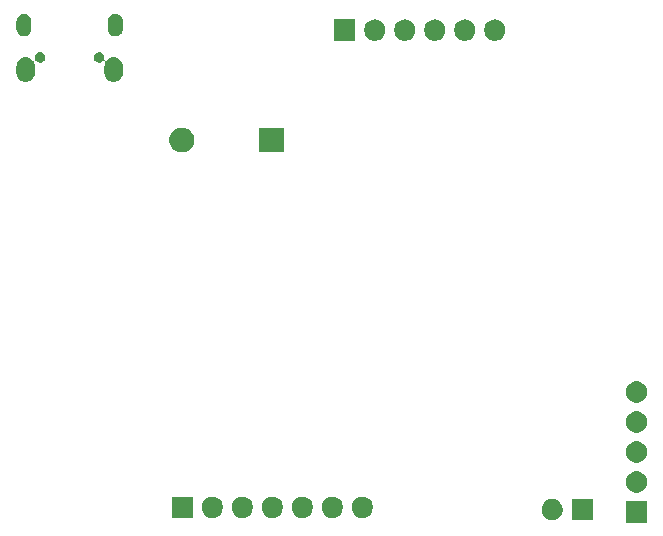
<source format=gbr>
G04 #@! TF.GenerationSoftware,KiCad,Pcbnew,5.1.5-52549c5~84~ubuntu18.04.1*
G04 #@! TF.CreationDate,2020-02-11T14:22:43+01:00*
G04 #@! TF.ProjectId,project,70726f6a-6563-4742-9e6b-696361645f70,rev?*
G04 #@! TF.SameCoordinates,Original*
G04 #@! TF.FileFunction,Soldermask,Bot*
G04 #@! TF.FilePolarity,Negative*
%FSLAX46Y46*%
G04 Gerber Fmt 4.6, Leading zero omitted, Abs format (unit mm)*
G04 Created by KiCad (PCBNEW 5.1.5-52549c5~84~ubuntu18.04.1) date 2020-02-11 14:22:43*
%MOMM*%
%LPD*%
G04 APERTURE LIST*
%ADD10C,0.100000*%
G04 APERTURE END LIST*
D10*
G36*
X99001000Y-79001000D02*
G01*
X97199000Y-79001000D01*
X97199000Y-77199000D01*
X99001000Y-77199000D01*
X99001000Y-79001000D01*
G37*
G36*
X94401000Y-78801000D02*
G01*
X92599000Y-78801000D01*
X92599000Y-76999000D01*
X94401000Y-76999000D01*
X94401000Y-78801000D01*
G37*
G36*
X91054508Y-77000147D02*
G01*
X91222812Y-77033624D01*
X91386784Y-77101544D01*
X91534354Y-77200147D01*
X91659853Y-77325646D01*
X91758456Y-77473216D01*
X91826376Y-77637188D01*
X91861000Y-77811259D01*
X91861000Y-77988741D01*
X91826376Y-78162812D01*
X91758456Y-78326784D01*
X91659853Y-78474354D01*
X91534354Y-78599853D01*
X91386784Y-78698456D01*
X91222812Y-78766376D01*
X91073512Y-78796073D01*
X91048742Y-78801000D01*
X90871258Y-78801000D01*
X90846488Y-78796073D01*
X90697188Y-78766376D01*
X90533216Y-78698456D01*
X90385646Y-78599853D01*
X90260147Y-78474354D01*
X90161544Y-78326784D01*
X90093624Y-78162812D01*
X90059000Y-77988741D01*
X90059000Y-77811259D01*
X90093624Y-77637188D01*
X90161544Y-77473216D01*
X90260147Y-77325646D01*
X90385646Y-77200147D01*
X90533216Y-77101544D01*
X90697188Y-77033624D01*
X90865492Y-77000147D01*
X90871258Y-76999000D01*
X91048742Y-76999000D01*
X91054508Y-77000147D01*
G37*
G36*
X69913512Y-76803927D02*
G01*
X70062812Y-76833624D01*
X70226784Y-76901544D01*
X70374354Y-77000147D01*
X70499853Y-77125646D01*
X70598456Y-77273216D01*
X70666376Y-77437188D01*
X70701000Y-77611259D01*
X70701000Y-77788741D01*
X70666376Y-77962812D01*
X70598456Y-78126784D01*
X70499853Y-78274354D01*
X70374354Y-78399853D01*
X70226784Y-78498456D01*
X70062812Y-78566376D01*
X69913512Y-78596073D01*
X69888742Y-78601000D01*
X69711258Y-78601000D01*
X69686488Y-78596073D01*
X69537188Y-78566376D01*
X69373216Y-78498456D01*
X69225646Y-78399853D01*
X69100147Y-78274354D01*
X69001544Y-78126784D01*
X68933624Y-77962812D01*
X68899000Y-77788741D01*
X68899000Y-77611259D01*
X68933624Y-77437188D01*
X69001544Y-77273216D01*
X69100147Y-77125646D01*
X69225646Y-77000147D01*
X69373216Y-76901544D01*
X69537188Y-76833624D01*
X69686488Y-76803927D01*
X69711258Y-76799000D01*
X69888742Y-76799000D01*
X69913512Y-76803927D01*
G37*
G36*
X60541000Y-78601000D02*
G01*
X58739000Y-78601000D01*
X58739000Y-76799000D01*
X60541000Y-76799000D01*
X60541000Y-78601000D01*
G37*
G36*
X62293512Y-76803927D02*
G01*
X62442812Y-76833624D01*
X62606784Y-76901544D01*
X62754354Y-77000147D01*
X62879853Y-77125646D01*
X62978456Y-77273216D01*
X63046376Y-77437188D01*
X63081000Y-77611259D01*
X63081000Y-77788741D01*
X63046376Y-77962812D01*
X62978456Y-78126784D01*
X62879853Y-78274354D01*
X62754354Y-78399853D01*
X62606784Y-78498456D01*
X62442812Y-78566376D01*
X62293512Y-78596073D01*
X62268742Y-78601000D01*
X62091258Y-78601000D01*
X62066488Y-78596073D01*
X61917188Y-78566376D01*
X61753216Y-78498456D01*
X61605646Y-78399853D01*
X61480147Y-78274354D01*
X61381544Y-78126784D01*
X61313624Y-77962812D01*
X61279000Y-77788741D01*
X61279000Y-77611259D01*
X61313624Y-77437188D01*
X61381544Y-77273216D01*
X61480147Y-77125646D01*
X61605646Y-77000147D01*
X61753216Y-76901544D01*
X61917188Y-76833624D01*
X62066488Y-76803927D01*
X62091258Y-76799000D01*
X62268742Y-76799000D01*
X62293512Y-76803927D01*
G37*
G36*
X64833512Y-76803927D02*
G01*
X64982812Y-76833624D01*
X65146784Y-76901544D01*
X65294354Y-77000147D01*
X65419853Y-77125646D01*
X65518456Y-77273216D01*
X65586376Y-77437188D01*
X65621000Y-77611259D01*
X65621000Y-77788741D01*
X65586376Y-77962812D01*
X65518456Y-78126784D01*
X65419853Y-78274354D01*
X65294354Y-78399853D01*
X65146784Y-78498456D01*
X64982812Y-78566376D01*
X64833512Y-78596073D01*
X64808742Y-78601000D01*
X64631258Y-78601000D01*
X64606488Y-78596073D01*
X64457188Y-78566376D01*
X64293216Y-78498456D01*
X64145646Y-78399853D01*
X64020147Y-78274354D01*
X63921544Y-78126784D01*
X63853624Y-77962812D01*
X63819000Y-77788741D01*
X63819000Y-77611259D01*
X63853624Y-77437188D01*
X63921544Y-77273216D01*
X64020147Y-77125646D01*
X64145646Y-77000147D01*
X64293216Y-76901544D01*
X64457188Y-76833624D01*
X64606488Y-76803927D01*
X64631258Y-76799000D01*
X64808742Y-76799000D01*
X64833512Y-76803927D01*
G37*
G36*
X67373512Y-76803927D02*
G01*
X67522812Y-76833624D01*
X67686784Y-76901544D01*
X67834354Y-77000147D01*
X67959853Y-77125646D01*
X68058456Y-77273216D01*
X68126376Y-77437188D01*
X68161000Y-77611259D01*
X68161000Y-77788741D01*
X68126376Y-77962812D01*
X68058456Y-78126784D01*
X67959853Y-78274354D01*
X67834354Y-78399853D01*
X67686784Y-78498456D01*
X67522812Y-78566376D01*
X67373512Y-78596073D01*
X67348742Y-78601000D01*
X67171258Y-78601000D01*
X67146488Y-78596073D01*
X66997188Y-78566376D01*
X66833216Y-78498456D01*
X66685646Y-78399853D01*
X66560147Y-78274354D01*
X66461544Y-78126784D01*
X66393624Y-77962812D01*
X66359000Y-77788741D01*
X66359000Y-77611259D01*
X66393624Y-77437188D01*
X66461544Y-77273216D01*
X66560147Y-77125646D01*
X66685646Y-77000147D01*
X66833216Y-76901544D01*
X66997188Y-76833624D01*
X67146488Y-76803927D01*
X67171258Y-76799000D01*
X67348742Y-76799000D01*
X67373512Y-76803927D01*
G37*
G36*
X72453512Y-76803927D02*
G01*
X72602812Y-76833624D01*
X72766784Y-76901544D01*
X72914354Y-77000147D01*
X73039853Y-77125646D01*
X73138456Y-77273216D01*
X73206376Y-77437188D01*
X73241000Y-77611259D01*
X73241000Y-77788741D01*
X73206376Y-77962812D01*
X73138456Y-78126784D01*
X73039853Y-78274354D01*
X72914354Y-78399853D01*
X72766784Y-78498456D01*
X72602812Y-78566376D01*
X72453512Y-78596073D01*
X72428742Y-78601000D01*
X72251258Y-78601000D01*
X72226488Y-78596073D01*
X72077188Y-78566376D01*
X71913216Y-78498456D01*
X71765646Y-78399853D01*
X71640147Y-78274354D01*
X71541544Y-78126784D01*
X71473624Y-77962812D01*
X71439000Y-77788741D01*
X71439000Y-77611259D01*
X71473624Y-77437188D01*
X71541544Y-77273216D01*
X71640147Y-77125646D01*
X71765646Y-77000147D01*
X71913216Y-76901544D01*
X72077188Y-76833624D01*
X72226488Y-76803927D01*
X72251258Y-76799000D01*
X72428742Y-76799000D01*
X72453512Y-76803927D01*
G37*
G36*
X74993512Y-76803927D02*
G01*
X75142812Y-76833624D01*
X75306784Y-76901544D01*
X75454354Y-77000147D01*
X75579853Y-77125646D01*
X75678456Y-77273216D01*
X75746376Y-77437188D01*
X75781000Y-77611259D01*
X75781000Y-77788741D01*
X75746376Y-77962812D01*
X75678456Y-78126784D01*
X75579853Y-78274354D01*
X75454354Y-78399853D01*
X75306784Y-78498456D01*
X75142812Y-78566376D01*
X74993512Y-78596073D01*
X74968742Y-78601000D01*
X74791258Y-78601000D01*
X74766488Y-78596073D01*
X74617188Y-78566376D01*
X74453216Y-78498456D01*
X74305646Y-78399853D01*
X74180147Y-78274354D01*
X74081544Y-78126784D01*
X74013624Y-77962812D01*
X73979000Y-77788741D01*
X73979000Y-77611259D01*
X74013624Y-77437188D01*
X74081544Y-77273216D01*
X74180147Y-77125646D01*
X74305646Y-77000147D01*
X74453216Y-76901544D01*
X74617188Y-76833624D01*
X74766488Y-76803927D01*
X74791258Y-76799000D01*
X74968742Y-76799000D01*
X74993512Y-76803927D01*
G37*
G36*
X98213512Y-74663927D02*
G01*
X98362812Y-74693624D01*
X98526784Y-74761544D01*
X98674354Y-74860147D01*
X98799853Y-74985646D01*
X98898456Y-75133216D01*
X98966376Y-75297188D01*
X99001000Y-75471259D01*
X99001000Y-75648741D01*
X98966376Y-75822812D01*
X98898456Y-75986784D01*
X98799853Y-76134354D01*
X98674354Y-76259853D01*
X98526784Y-76358456D01*
X98362812Y-76426376D01*
X98213512Y-76456073D01*
X98188742Y-76461000D01*
X98011258Y-76461000D01*
X97986488Y-76456073D01*
X97837188Y-76426376D01*
X97673216Y-76358456D01*
X97525646Y-76259853D01*
X97400147Y-76134354D01*
X97301544Y-75986784D01*
X97233624Y-75822812D01*
X97199000Y-75648741D01*
X97199000Y-75471259D01*
X97233624Y-75297188D01*
X97301544Y-75133216D01*
X97400147Y-74985646D01*
X97525646Y-74860147D01*
X97673216Y-74761544D01*
X97837188Y-74693624D01*
X97986488Y-74663927D01*
X98011258Y-74659000D01*
X98188742Y-74659000D01*
X98213512Y-74663927D01*
G37*
G36*
X98213512Y-72123927D02*
G01*
X98362812Y-72153624D01*
X98526784Y-72221544D01*
X98674354Y-72320147D01*
X98799853Y-72445646D01*
X98898456Y-72593216D01*
X98966376Y-72757188D01*
X99001000Y-72931259D01*
X99001000Y-73108741D01*
X98966376Y-73282812D01*
X98898456Y-73446784D01*
X98799853Y-73594354D01*
X98674354Y-73719853D01*
X98526784Y-73818456D01*
X98362812Y-73886376D01*
X98213512Y-73916073D01*
X98188742Y-73921000D01*
X98011258Y-73921000D01*
X97986488Y-73916073D01*
X97837188Y-73886376D01*
X97673216Y-73818456D01*
X97525646Y-73719853D01*
X97400147Y-73594354D01*
X97301544Y-73446784D01*
X97233624Y-73282812D01*
X97199000Y-73108741D01*
X97199000Y-72931259D01*
X97233624Y-72757188D01*
X97301544Y-72593216D01*
X97400147Y-72445646D01*
X97525646Y-72320147D01*
X97673216Y-72221544D01*
X97837188Y-72153624D01*
X97986488Y-72123927D01*
X98011258Y-72119000D01*
X98188742Y-72119000D01*
X98213512Y-72123927D01*
G37*
G36*
X98213512Y-69583927D02*
G01*
X98362812Y-69613624D01*
X98526784Y-69681544D01*
X98674354Y-69780147D01*
X98799853Y-69905646D01*
X98898456Y-70053216D01*
X98966376Y-70217188D01*
X99001000Y-70391259D01*
X99001000Y-70568741D01*
X98966376Y-70742812D01*
X98898456Y-70906784D01*
X98799853Y-71054354D01*
X98674354Y-71179853D01*
X98526784Y-71278456D01*
X98362812Y-71346376D01*
X98213512Y-71376073D01*
X98188742Y-71381000D01*
X98011258Y-71381000D01*
X97986488Y-71376073D01*
X97837188Y-71346376D01*
X97673216Y-71278456D01*
X97525646Y-71179853D01*
X97400147Y-71054354D01*
X97301544Y-70906784D01*
X97233624Y-70742812D01*
X97199000Y-70568741D01*
X97199000Y-70391259D01*
X97233624Y-70217188D01*
X97301544Y-70053216D01*
X97400147Y-69905646D01*
X97525646Y-69780147D01*
X97673216Y-69681544D01*
X97837188Y-69613624D01*
X97986488Y-69583927D01*
X98011258Y-69579000D01*
X98188742Y-69579000D01*
X98213512Y-69583927D01*
G37*
G36*
X98213512Y-67043927D02*
G01*
X98362812Y-67073624D01*
X98526784Y-67141544D01*
X98674354Y-67240147D01*
X98799853Y-67365646D01*
X98898456Y-67513216D01*
X98966376Y-67677188D01*
X99001000Y-67851259D01*
X99001000Y-68028741D01*
X98966376Y-68202812D01*
X98898456Y-68366784D01*
X98799853Y-68514354D01*
X98674354Y-68639853D01*
X98526784Y-68738456D01*
X98362812Y-68806376D01*
X98213512Y-68836073D01*
X98188742Y-68841000D01*
X98011258Y-68841000D01*
X97986488Y-68836073D01*
X97837188Y-68806376D01*
X97673216Y-68738456D01*
X97525646Y-68639853D01*
X97400147Y-68514354D01*
X97301544Y-68366784D01*
X97233624Y-68202812D01*
X97199000Y-68028741D01*
X97199000Y-67851259D01*
X97233624Y-67677188D01*
X97301544Y-67513216D01*
X97400147Y-67365646D01*
X97525646Y-67240147D01*
X97673216Y-67141544D01*
X97837188Y-67073624D01*
X97986488Y-67043927D01*
X98011258Y-67039000D01*
X98188742Y-67039000D01*
X98213512Y-67043927D01*
G37*
G36*
X68251000Y-47651000D02*
G01*
X66149000Y-47651000D01*
X66149000Y-45549000D01*
X68251000Y-45549000D01*
X68251000Y-47651000D01*
G37*
G36*
X59906564Y-45589389D02*
G01*
X60097833Y-45668615D01*
X60097835Y-45668616D01*
X60269973Y-45783635D01*
X60416365Y-45930027D01*
X60531385Y-46102167D01*
X60610611Y-46293436D01*
X60651000Y-46496484D01*
X60651000Y-46703516D01*
X60610611Y-46906564D01*
X60531385Y-47097833D01*
X60531384Y-47097835D01*
X60416365Y-47269973D01*
X60269973Y-47416365D01*
X60097835Y-47531384D01*
X60097834Y-47531385D01*
X60097833Y-47531385D01*
X59906564Y-47610611D01*
X59703516Y-47651000D01*
X59496484Y-47651000D01*
X59293436Y-47610611D01*
X59102167Y-47531385D01*
X59102166Y-47531385D01*
X59102165Y-47531384D01*
X58930027Y-47416365D01*
X58783635Y-47269973D01*
X58668616Y-47097835D01*
X58668615Y-47097833D01*
X58589389Y-46906564D01*
X58549000Y-46703516D01*
X58549000Y-46496484D01*
X58589389Y-46293436D01*
X58668615Y-46102167D01*
X58783635Y-45930027D01*
X58930027Y-45783635D01*
X59102165Y-45668616D01*
X59102167Y-45668615D01*
X59293436Y-45589389D01*
X59496484Y-45549000D01*
X59703516Y-45549000D01*
X59906564Y-45589389D01*
G37*
G36*
X47731552Y-39166331D02*
G01*
X47813627Y-39200328D01*
X47813629Y-39200329D01*
X47850813Y-39225175D01*
X47887495Y-39249685D01*
X47950315Y-39312505D01*
X47999672Y-39386373D01*
X48033669Y-39468448D01*
X48051000Y-39555579D01*
X48051000Y-39644421D01*
X48033669Y-39731552D01*
X47999672Y-39813627D01*
X47950399Y-39887370D01*
X47950314Y-39887496D01*
X47887496Y-39950314D01*
X47813629Y-39999671D01*
X47813628Y-39999672D01*
X47813627Y-39999672D01*
X47731552Y-40033669D01*
X47644421Y-40051000D01*
X47555579Y-40051000D01*
X47468448Y-40033669D01*
X47386373Y-39999672D01*
X47386372Y-39999672D01*
X47386371Y-39999671D01*
X47312504Y-39950314D01*
X47296952Y-39934762D01*
X47278010Y-39919217D01*
X47256399Y-39907666D01*
X47232950Y-39900553D01*
X47208564Y-39898151D01*
X47184178Y-39900553D01*
X47160729Y-39907666D01*
X47139118Y-39919217D01*
X47120176Y-39934762D01*
X47104631Y-39953704D01*
X47093080Y-39975315D01*
X47085967Y-39998764D01*
X47083565Y-40023150D01*
X47085967Y-40047536D01*
X47093080Y-40070985D01*
X47094796Y-40074614D01*
X47139772Y-40222879D01*
X47151000Y-40336882D01*
X47151000Y-40963118D01*
X47139772Y-41077121D01*
X47095398Y-41223402D01*
X47023345Y-41358204D01*
X46926367Y-41476372D01*
X46808206Y-41573343D01*
X46673401Y-41645398D01*
X46527120Y-41689772D01*
X46375000Y-41704754D01*
X46222879Y-41689772D01*
X46076598Y-41645398D01*
X45941796Y-41573345D01*
X45823628Y-41476367D01*
X45726657Y-41358206D01*
X45654602Y-41223401D01*
X45610228Y-41077120D01*
X45599000Y-40963117D01*
X45599000Y-40336882D01*
X45610228Y-40222879D01*
X45654601Y-40076600D01*
X45726657Y-39941794D01*
X45823632Y-39823631D01*
X45865363Y-39789383D01*
X45941793Y-39726658D01*
X45941794Y-39726657D01*
X45941797Y-39726655D01*
X46076599Y-39654602D01*
X46222880Y-39610228D01*
X46375000Y-39595246D01*
X46527121Y-39610228D01*
X46673402Y-39654602D01*
X46808204Y-39726655D01*
X46926372Y-39823633D01*
X46953288Y-39856430D01*
X46970615Y-39873757D01*
X46990989Y-39887370D01*
X47013628Y-39896748D01*
X47037661Y-39901528D01*
X47062165Y-39901528D01*
X47086199Y-39896748D01*
X47108837Y-39887370D01*
X47129212Y-39873756D01*
X47146539Y-39856429D01*
X47160152Y-39836055D01*
X47169530Y-39813416D01*
X47174310Y-39789383D01*
X47174310Y-39764879D01*
X47169530Y-39740845D01*
X47166490Y-39732351D01*
X47149000Y-39644421D01*
X47149000Y-39555579D01*
X47166331Y-39468448D01*
X47200328Y-39386373D01*
X47249685Y-39312505D01*
X47312505Y-39249685D01*
X47349187Y-39225175D01*
X47386371Y-39200329D01*
X47386373Y-39200328D01*
X47468448Y-39166331D01*
X47555579Y-39149000D01*
X47644421Y-39149000D01*
X47731552Y-39166331D01*
G37*
G36*
X52731552Y-39166331D02*
G01*
X52813627Y-39200328D01*
X52813629Y-39200329D01*
X52850813Y-39225175D01*
X52887495Y-39249685D01*
X52950315Y-39312505D01*
X52999672Y-39386373D01*
X53033669Y-39468448D01*
X53051000Y-39555579D01*
X53051000Y-39644421D01*
X53033193Y-39733946D01*
X53027490Y-39752743D01*
X53025087Y-39777129D01*
X53027488Y-39801515D01*
X53034600Y-39824964D01*
X53046151Y-39846575D01*
X53061695Y-39865518D01*
X53080637Y-39881063D01*
X53102247Y-39892615D01*
X53125696Y-39899729D01*
X53150082Y-39902132D01*
X53174468Y-39899731D01*
X53197917Y-39892619D01*
X53219528Y-39881068D01*
X53238471Y-39865524D01*
X53246711Y-39856432D01*
X53273628Y-39823634D01*
X53391797Y-39726655D01*
X53526599Y-39654602D01*
X53672880Y-39610228D01*
X53825000Y-39595246D01*
X53977121Y-39610228D01*
X54123402Y-39654602D01*
X54258204Y-39726655D01*
X54258207Y-39726657D01*
X54258208Y-39726658D01*
X54376369Y-39823631D01*
X54467573Y-39934762D01*
X54473345Y-39941796D01*
X54545398Y-40076598D01*
X54589772Y-40222879D01*
X54601000Y-40336882D01*
X54601000Y-40963118D01*
X54589772Y-41077121D01*
X54545398Y-41223402D01*
X54473345Y-41358204D01*
X54376367Y-41476372D01*
X54258206Y-41573343D01*
X54123401Y-41645398D01*
X53977120Y-41689772D01*
X53825000Y-41704754D01*
X53672879Y-41689772D01*
X53526598Y-41645398D01*
X53391796Y-41573345D01*
X53273628Y-41476367D01*
X53176657Y-41358206D01*
X53104602Y-41223401D01*
X53060228Y-41077120D01*
X53049000Y-40963117D01*
X53049000Y-40336882D01*
X53060228Y-40222879D01*
X53106402Y-40070664D01*
X53111052Y-40059439D01*
X53115833Y-40035405D01*
X53115833Y-40010901D01*
X53111054Y-39986868D01*
X53101677Y-39964229D01*
X53088064Y-39943854D01*
X53070737Y-39926527D01*
X53050363Y-39912912D01*
X53027725Y-39903534D01*
X53003691Y-39898753D01*
X52979187Y-39898753D01*
X52955154Y-39903532D01*
X52932515Y-39912909D01*
X52912140Y-39926522D01*
X52903048Y-39934762D01*
X52887496Y-39950314D01*
X52813629Y-39999671D01*
X52813628Y-39999672D01*
X52813627Y-39999672D01*
X52731552Y-40033669D01*
X52644421Y-40051000D01*
X52555579Y-40051000D01*
X52468448Y-40033669D01*
X52386373Y-39999672D01*
X52386372Y-39999672D01*
X52386371Y-39999671D01*
X52312504Y-39950314D01*
X52249686Y-39887496D01*
X52249602Y-39887370D01*
X52200328Y-39813627D01*
X52166331Y-39731552D01*
X52149000Y-39644421D01*
X52149000Y-39555579D01*
X52166331Y-39468448D01*
X52200328Y-39386373D01*
X52249685Y-39312505D01*
X52312505Y-39249685D01*
X52349187Y-39225175D01*
X52386371Y-39200329D01*
X52386373Y-39200328D01*
X52468448Y-39166331D01*
X52555579Y-39149000D01*
X52644421Y-39149000D01*
X52731552Y-39166331D01*
G37*
G36*
X81133512Y-36403927D02*
G01*
X81282812Y-36433624D01*
X81446784Y-36501544D01*
X81594354Y-36600147D01*
X81719853Y-36725646D01*
X81818456Y-36873216D01*
X81886376Y-37037188D01*
X81916073Y-37186488D01*
X81919904Y-37205746D01*
X81921000Y-37211259D01*
X81921000Y-37388741D01*
X81886376Y-37562812D01*
X81818456Y-37726784D01*
X81719853Y-37874354D01*
X81594354Y-37999853D01*
X81446784Y-38098456D01*
X81282812Y-38166376D01*
X81133512Y-38196073D01*
X81108742Y-38201000D01*
X80931258Y-38201000D01*
X80906488Y-38196073D01*
X80757188Y-38166376D01*
X80593216Y-38098456D01*
X80445646Y-37999853D01*
X80320147Y-37874354D01*
X80221544Y-37726784D01*
X80153624Y-37562812D01*
X80119000Y-37388741D01*
X80119000Y-37211259D01*
X80120097Y-37205746D01*
X80123927Y-37186488D01*
X80153624Y-37037188D01*
X80221544Y-36873216D01*
X80320147Y-36725646D01*
X80445646Y-36600147D01*
X80593216Y-36501544D01*
X80757188Y-36433624D01*
X80906488Y-36403927D01*
X80931258Y-36399000D01*
X81108742Y-36399000D01*
X81133512Y-36403927D01*
G37*
G36*
X74301000Y-38201000D02*
G01*
X72499000Y-38201000D01*
X72499000Y-36399000D01*
X74301000Y-36399000D01*
X74301000Y-38201000D01*
G37*
G36*
X76053512Y-36403927D02*
G01*
X76202812Y-36433624D01*
X76366784Y-36501544D01*
X76514354Y-36600147D01*
X76639853Y-36725646D01*
X76738456Y-36873216D01*
X76806376Y-37037188D01*
X76836073Y-37186488D01*
X76839904Y-37205746D01*
X76841000Y-37211259D01*
X76841000Y-37388741D01*
X76806376Y-37562812D01*
X76738456Y-37726784D01*
X76639853Y-37874354D01*
X76514354Y-37999853D01*
X76366784Y-38098456D01*
X76202812Y-38166376D01*
X76053512Y-38196073D01*
X76028742Y-38201000D01*
X75851258Y-38201000D01*
X75826488Y-38196073D01*
X75677188Y-38166376D01*
X75513216Y-38098456D01*
X75365646Y-37999853D01*
X75240147Y-37874354D01*
X75141544Y-37726784D01*
X75073624Y-37562812D01*
X75039000Y-37388741D01*
X75039000Y-37211259D01*
X75040097Y-37205746D01*
X75043927Y-37186488D01*
X75073624Y-37037188D01*
X75141544Y-36873216D01*
X75240147Y-36725646D01*
X75365646Y-36600147D01*
X75513216Y-36501544D01*
X75677188Y-36433624D01*
X75826488Y-36403927D01*
X75851258Y-36399000D01*
X76028742Y-36399000D01*
X76053512Y-36403927D01*
G37*
G36*
X78593512Y-36403927D02*
G01*
X78742812Y-36433624D01*
X78906784Y-36501544D01*
X79054354Y-36600147D01*
X79179853Y-36725646D01*
X79278456Y-36873216D01*
X79346376Y-37037188D01*
X79376073Y-37186488D01*
X79379904Y-37205746D01*
X79381000Y-37211259D01*
X79381000Y-37388741D01*
X79346376Y-37562812D01*
X79278456Y-37726784D01*
X79179853Y-37874354D01*
X79054354Y-37999853D01*
X78906784Y-38098456D01*
X78742812Y-38166376D01*
X78593512Y-38196073D01*
X78568742Y-38201000D01*
X78391258Y-38201000D01*
X78366488Y-38196073D01*
X78217188Y-38166376D01*
X78053216Y-38098456D01*
X77905646Y-37999853D01*
X77780147Y-37874354D01*
X77681544Y-37726784D01*
X77613624Y-37562812D01*
X77579000Y-37388741D01*
X77579000Y-37211259D01*
X77580097Y-37205746D01*
X77583927Y-37186488D01*
X77613624Y-37037188D01*
X77681544Y-36873216D01*
X77780147Y-36725646D01*
X77905646Y-36600147D01*
X78053216Y-36501544D01*
X78217188Y-36433624D01*
X78366488Y-36403927D01*
X78391258Y-36399000D01*
X78568742Y-36399000D01*
X78593512Y-36403927D01*
G37*
G36*
X83673512Y-36403927D02*
G01*
X83822812Y-36433624D01*
X83986784Y-36501544D01*
X84134354Y-36600147D01*
X84259853Y-36725646D01*
X84358456Y-36873216D01*
X84426376Y-37037188D01*
X84456073Y-37186488D01*
X84459904Y-37205746D01*
X84461000Y-37211259D01*
X84461000Y-37388741D01*
X84426376Y-37562812D01*
X84358456Y-37726784D01*
X84259853Y-37874354D01*
X84134354Y-37999853D01*
X83986784Y-38098456D01*
X83822812Y-38166376D01*
X83673512Y-38196073D01*
X83648742Y-38201000D01*
X83471258Y-38201000D01*
X83446488Y-38196073D01*
X83297188Y-38166376D01*
X83133216Y-38098456D01*
X82985646Y-37999853D01*
X82860147Y-37874354D01*
X82761544Y-37726784D01*
X82693624Y-37562812D01*
X82659000Y-37388741D01*
X82659000Y-37211259D01*
X82660097Y-37205746D01*
X82663927Y-37186488D01*
X82693624Y-37037188D01*
X82761544Y-36873216D01*
X82860147Y-36725646D01*
X82985646Y-36600147D01*
X83133216Y-36501544D01*
X83297188Y-36433624D01*
X83446488Y-36403927D01*
X83471258Y-36399000D01*
X83648742Y-36399000D01*
X83673512Y-36403927D01*
G37*
G36*
X86213512Y-36403927D02*
G01*
X86362812Y-36433624D01*
X86526784Y-36501544D01*
X86674354Y-36600147D01*
X86799853Y-36725646D01*
X86898456Y-36873216D01*
X86966376Y-37037188D01*
X86996073Y-37186488D01*
X86999904Y-37205746D01*
X87001000Y-37211259D01*
X87001000Y-37388741D01*
X86966376Y-37562812D01*
X86898456Y-37726784D01*
X86799853Y-37874354D01*
X86674354Y-37999853D01*
X86526784Y-38098456D01*
X86362812Y-38166376D01*
X86213512Y-38196073D01*
X86188742Y-38201000D01*
X86011258Y-38201000D01*
X85986488Y-38196073D01*
X85837188Y-38166376D01*
X85673216Y-38098456D01*
X85525646Y-37999853D01*
X85400147Y-37874354D01*
X85301544Y-37726784D01*
X85233624Y-37562812D01*
X85199000Y-37388741D01*
X85199000Y-37211259D01*
X85200097Y-37205746D01*
X85203927Y-37186488D01*
X85233624Y-37037188D01*
X85301544Y-36873216D01*
X85400147Y-36725646D01*
X85525646Y-36600147D01*
X85673216Y-36501544D01*
X85837188Y-36433624D01*
X85986488Y-36403927D01*
X86011258Y-36399000D01*
X86188742Y-36399000D01*
X86213512Y-36403927D01*
G37*
G36*
X54097715Y-35908058D02*
G01*
X54215722Y-35943855D01*
X54324468Y-36001981D01*
X54419790Y-36080210D01*
X54498019Y-36175532D01*
X54556145Y-36284278D01*
X54591942Y-36402285D01*
X54601000Y-36494254D01*
X54601000Y-37205746D01*
X54591942Y-37297715D01*
X54556145Y-37415722D01*
X54498019Y-37524468D01*
X54419790Y-37619790D01*
X54324468Y-37698019D01*
X54215721Y-37756145D01*
X54097714Y-37791942D01*
X53975000Y-37804028D01*
X53852285Y-37791942D01*
X53734278Y-37756145D01*
X53625532Y-37698019D01*
X53530210Y-37619790D01*
X53451981Y-37524468D01*
X53393855Y-37415721D01*
X53358058Y-37297714D01*
X53349000Y-37205745D01*
X53349000Y-36494254D01*
X53358058Y-36402285D01*
X53393855Y-36284279D01*
X53451982Y-36175532D01*
X53530211Y-36080210D01*
X53625533Y-36001981D01*
X53734279Y-35943855D01*
X53852286Y-35908058D01*
X53975000Y-35895972D01*
X54097715Y-35908058D01*
G37*
G36*
X46347715Y-35908058D02*
G01*
X46465722Y-35943855D01*
X46574468Y-36001981D01*
X46669790Y-36080210D01*
X46748019Y-36175532D01*
X46806145Y-36284278D01*
X46841942Y-36402285D01*
X46851000Y-36494254D01*
X46851000Y-37205746D01*
X46841942Y-37297715D01*
X46806145Y-37415722D01*
X46748019Y-37524468D01*
X46669790Y-37619790D01*
X46574468Y-37698019D01*
X46465721Y-37756145D01*
X46347714Y-37791942D01*
X46225000Y-37804028D01*
X46102285Y-37791942D01*
X45984278Y-37756145D01*
X45875532Y-37698019D01*
X45780210Y-37619790D01*
X45701981Y-37524468D01*
X45643855Y-37415721D01*
X45608058Y-37297714D01*
X45599000Y-37205745D01*
X45599000Y-36494254D01*
X45608058Y-36402285D01*
X45643855Y-36284279D01*
X45701982Y-36175532D01*
X45780211Y-36080210D01*
X45875533Y-36001981D01*
X45984279Y-35943855D01*
X46102286Y-35908058D01*
X46225000Y-35895972D01*
X46347715Y-35908058D01*
G37*
M02*

</source>
